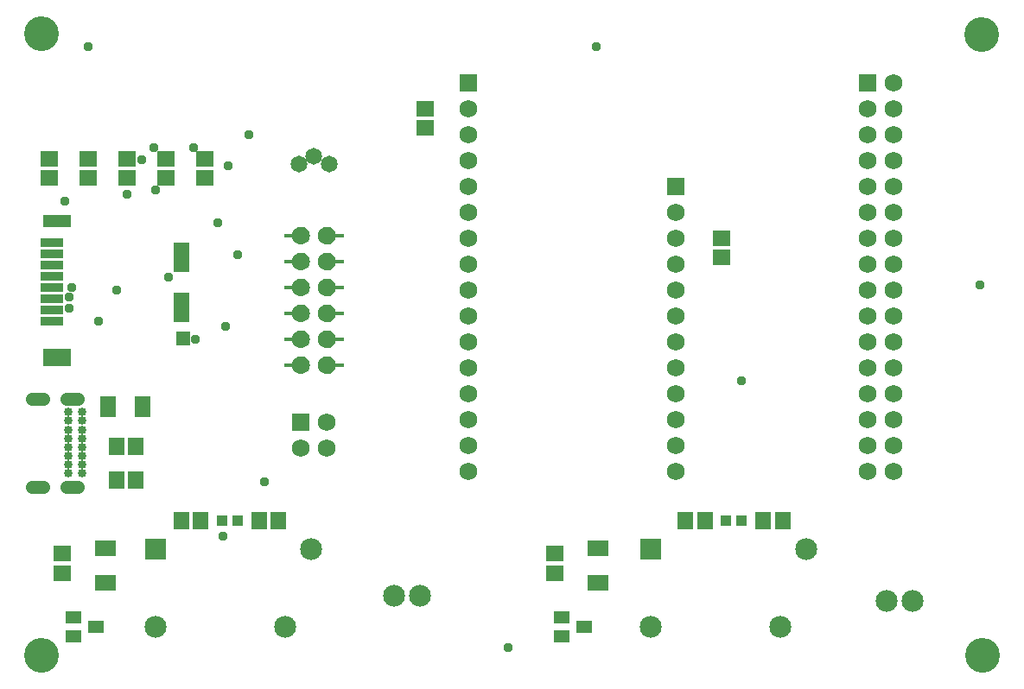
<source format=gbr>
G04 EAGLE Gerber RS-274X export*
G75*
%MOMM*%
%FSLAX34Y34*%
%LPD*%
%INSoldermask Top*%
%IPPOS*%
%AMOC8*
5,1,8,0,0,1.08239X$1,22.5*%
G01*
%ADD10C,3.403200*%
%ADD11R,2.203200X0.903200*%
%ADD12R,2.803200X1.203200*%
%ADD13R,2.803200X1.703200*%
%ADD14R,1.603200X2.903200*%
%ADD15R,1.403200X1.403200*%
%ADD16R,1.733200X1.733200*%
%ADD17C,1.733200*%
%ADD18R,1.703200X1.503200*%
%ADD19R,2.153200X2.153200*%
%ADD20C,2.153200*%
%ADD21R,1.603200X1.203200*%
%ADD22R,1.003200X1.003200*%
%ADD23C,2.146300*%
%ADD24R,2.003200X1.603200*%
%ADD25R,1.503200X1.703200*%
%ADD26C,0.853200*%
%ADD27C,1.311200*%
%ADD28R,1.603200X2.003200*%
%ADD29C,1.653200*%
%ADD30C,0.959600*%

G36*
X306258Y593337D02*
X306258Y593337D01*
X306264Y593333D01*
X307927Y593831D01*
X307931Y593836D01*
X307936Y593834D01*
X309468Y594649D01*
X309471Y594656D01*
X309476Y594654D01*
X310819Y595755D01*
X310820Y595762D01*
X310826Y595761D01*
X311926Y597104D01*
X311926Y597111D01*
X311931Y597112D01*
X312746Y598644D01*
X312745Y598651D01*
X312749Y598653D01*
X313237Y600281D01*
X321100Y600281D01*
X321147Y600317D01*
X321142Y600324D01*
X321149Y600330D01*
X321149Y603630D01*
X321113Y603677D01*
X321106Y603672D01*
X321100Y603679D01*
X313237Y603679D01*
X312749Y605307D01*
X312744Y605311D01*
X312746Y605316D01*
X311931Y606848D01*
X311924Y606851D01*
X311926Y606856D01*
X310826Y608199D01*
X310818Y608200D01*
X310819Y608206D01*
X309476Y609306D01*
X309469Y609306D01*
X309468Y609311D01*
X307936Y610126D01*
X307929Y610125D01*
X307927Y610129D01*
X306264Y610627D01*
X306254Y610624D01*
X306250Y610629D01*
X304800Y610629D01*
X304797Y610627D01*
X304795Y610629D01*
X303117Y610464D01*
X303112Y610459D01*
X303108Y610462D01*
X301495Y609973D01*
X301490Y609967D01*
X301486Y609969D01*
X299999Y609174D01*
X299996Y609168D01*
X299991Y609169D01*
X298688Y608099D01*
X298686Y608092D01*
X298681Y608092D01*
X297611Y606789D01*
X297611Y606782D01*
X297606Y606781D01*
X296811Y605294D01*
X296812Y605287D01*
X296808Y605285D01*
X296318Y603672D01*
X296321Y603665D01*
X296316Y603663D01*
X296151Y601985D01*
X296155Y601979D01*
X296151Y601975D01*
X296316Y600297D01*
X296321Y600292D01*
X296318Y600288D01*
X296808Y598675D01*
X296813Y598670D01*
X296811Y598666D01*
X297606Y597179D01*
X297613Y597176D01*
X297611Y597171D01*
X298681Y595868D01*
X298688Y595866D01*
X298688Y595861D01*
X299991Y594791D01*
X299998Y594791D01*
X299999Y594786D01*
X301486Y593991D01*
X301493Y593992D01*
X301495Y593988D01*
X303108Y593498D01*
X303115Y593501D01*
X303117Y593496D01*
X304795Y593331D01*
X304798Y593333D01*
X304800Y593331D01*
X306250Y593331D01*
X306258Y593337D01*
G37*
G36*
X306258Y567937D02*
X306258Y567937D01*
X306264Y567933D01*
X307927Y568431D01*
X307931Y568436D01*
X307936Y568434D01*
X309468Y569249D01*
X309471Y569256D01*
X309476Y569254D01*
X310819Y570355D01*
X310820Y570362D01*
X310826Y570361D01*
X311926Y571704D01*
X311926Y571711D01*
X311931Y571712D01*
X312746Y573244D01*
X312745Y573251D01*
X312749Y573253D01*
X313237Y574881D01*
X321100Y574881D01*
X321147Y574917D01*
X321142Y574924D01*
X321149Y574930D01*
X321149Y578230D01*
X321113Y578277D01*
X321106Y578272D01*
X321100Y578279D01*
X313237Y578279D01*
X312749Y579907D01*
X312744Y579911D01*
X312746Y579916D01*
X311931Y581448D01*
X311924Y581451D01*
X311926Y581456D01*
X310826Y582799D01*
X310818Y582800D01*
X310819Y582806D01*
X309476Y583906D01*
X309469Y583906D01*
X309468Y583911D01*
X307936Y584726D01*
X307929Y584725D01*
X307927Y584729D01*
X306264Y585227D01*
X306254Y585224D01*
X306250Y585229D01*
X304800Y585229D01*
X304797Y585227D01*
X304795Y585229D01*
X303117Y585064D01*
X303112Y585059D01*
X303108Y585062D01*
X301495Y584573D01*
X301490Y584567D01*
X301486Y584569D01*
X299999Y583774D01*
X299996Y583768D01*
X299991Y583769D01*
X298688Y582699D01*
X298686Y582692D01*
X298681Y582692D01*
X297611Y581389D01*
X297611Y581382D01*
X297606Y581381D01*
X296811Y579894D01*
X296812Y579887D01*
X296808Y579885D01*
X296318Y578272D01*
X296321Y578265D01*
X296316Y578263D01*
X296151Y576585D01*
X296155Y576579D01*
X296151Y576575D01*
X296316Y574897D01*
X296321Y574892D01*
X296318Y574888D01*
X296808Y573275D01*
X296813Y573270D01*
X296811Y573266D01*
X297606Y571779D01*
X297613Y571776D01*
X297611Y571771D01*
X298681Y570468D01*
X298688Y570466D01*
X298688Y570461D01*
X299991Y569391D01*
X299998Y569391D01*
X299999Y569386D01*
X301486Y568591D01*
X301493Y568592D01*
X301495Y568588D01*
X303108Y568098D01*
X303115Y568101D01*
X303117Y568096D01*
X304795Y567931D01*
X304798Y567933D01*
X304800Y567931D01*
X306250Y567931D01*
X306258Y567937D01*
G37*
G36*
X306258Y542537D02*
X306258Y542537D01*
X306264Y542533D01*
X307927Y543031D01*
X307931Y543036D01*
X307936Y543034D01*
X309468Y543849D01*
X309471Y543856D01*
X309476Y543854D01*
X310819Y544955D01*
X310820Y544962D01*
X310826Y544961D01*
X311926Y546304D01*
X311926Y546311D01*
X311931Y546312D01*
X312746Y547844D01*
X312745Y547851D01*
X312749Y547853D01*
X313237Y549481D01*
X321100Y549481D01*
X321147Y549517D01*
X321142Y549524D01*
X321149Y549530D01*
X321149Y552830D01*
X321113Y552877D01*
X321106Y552872D01*
X321100Y552879D01*
X313237Y552879D01*
X312749Y554507D01*
X312744Y554511D01*
X312746Y554516D01*
X311931Y556048D01*
X311924Y556051D01*
X311926Y556056D01*
X310826Y557399D01*
X310818Y557400D01*
X310819Y557406D01*
X309476Y558506D01*
X309469Y558506D01*
X309468Y558511D01*
X307936Y559326D01*
X307929Y559325D01*
X307927Y559329D01*
X306264Y559827D01*
X306254Y559824D01*
X306250Y559829D01*
X304800Y559829D01*
X304797Y559827D01*
X304795Y559829D01*
X303117Y559664D01*
X303112Y559659D01*
X303108Y559662D01*
X301495Y559173D01*
X301490Y559167D01*
X301486Y559169D01*
X299999Y558374D01*
X299996Y558368D01*
X299991Y558369D01*
X298688Y557299D01*
X298686Y557292D01*
X298681Y557292D01*
X297611Y555989D01*
X297611Y555982D01*
X297606Y555981D01*
X296811Y554494D01*
X296812Y554487D01*
X296808Y554485D01*
X296318Y552872D01*
X296321Y552865D01*
X296316Y552863D01*
X296151Y551185D01*
X296155Y551179D01*
X296151Y551175D01*
X296316Y549497D01*
X296321Y549492D01*
X296318Y549488D01*
X296808Y547875D01*
X296813Y547870D01*
X296811Y547866D01*
X297606Y546379D01*
X297613Y546376D01*
X297611Y546371D01*
X298681Y545068D01*
X298688Y545066D01*
X298688Y545061D01*
X299991Y543991D01*
X299998Y543991D01*
X299999Y543986D01*
X301486Y543191D01*
X301493Y543192D01*
X301495Y543188D01*
X303108Y542698D01*
X303115Y542701D01*
X303117Y542696D01*
X304795Y542531D01*
X304798Y542533D01*
X304800Y542531D01*
X306250Y542531D01*
X306258Y542537D01*
G37*
G36*
X306258Y517137D02*
X306258Y517137D01*
X306264Y517133D01*
X307927Y517631D01*
X307931Y517636D01*
X307936Y517634D01*
X309468Y518449D01*
X309471Y518456D01*
X309476Y518454D01*
X310819Y519555D01*
X310820Y519562D01*
X310826Y519561D01*
X311926Y520904D01*
X311926Y520911D01*
X311931Y520912D01*
X312746Y522444D01*
X312745Y522451D01*
X312749Y522453D01*
X313237Y524081D01*
X321100Y524081D01*
X321147Y524117D01*
X321142Y524124D01*
X321149Y524130D01*
X321149Y527430D01*
X321113Y527477D01*
X321106Y527472D01*
X321100Y527479D01*
X313237Y527479D01*
X312749Y529107D01*
X312744Y529111D01*
X312746Y529116D01*
X311931Y530648D01*
X311924Y530651D01*
X311926Y530656D01*
X310826Y531999D01*
X310818Y532000D01*
X310819Y532006D01*
X309476Y533106D01*
X309469Y533106D01*
X309468Y533111D01*
X307936Y533926D01*
X307929Y533925D01*
X307927Y533929D01*
X306264Y534427D01*
X306254Y534424D01*
X306250Y534429D01*
X304800Y534429D01*
X304797Y534427D01*
X304795Y534429D01*
X303117Y534264D01*
X303112Y534259D01*
X303108Y534262D01*
X301495Y533773D01*
X301490Y533767D01*
X301486Y533769D01*
X299999Y532974D01*
X299996Y532968D01*
X299991Y532969D01*
X298688Y531899D01*
X298686Y531892D01*
X298681Y531892D01*
X297611Y530589D01*
X297611Y530582D01*
X297606Y530581D01*
X296811Y529094D01*
X296812Y529087D01*
X296808Y529085D01*
X296318Y527472D01*
X296321Y527465D01*
X296316Y527463D01*
X296151Y525785D01*
X296155Y525779D01*
X296151Y525775D01*
X296316Y524097D01*
X296321Y524092D01*
X296318Y524088D01*
X296808Y522475D01*
X296813Y522470D01*
X296811Y522466D01*
X297606Y520979D01*
X297613Y520976D01*
X297611Y520971D01*
X298681Y519668D01*
X298688Y519666D01*
X298688Y519661D01*
X299991Y518591D01*
X299998Y518591D01*
X299999Y518586D01*
X301486Y517791D01*
X301493Y517792D01*
X301495Y517788D01*
X303108Y517298D01*
X303115Y517301D01*
X303117Y517296D01*
X304795Y517131D01*
X304798Y517133D01*
X304800Y517131D01*
X306250Y517131D01*
X306258Y517137D01*
G37*
G36*
X306258Y491737D02*
X306258Y491737D01*
X306264Y491733D01*
X307927Y492231D01*
X307931Y492236D01*
X307936Y492234D01*
X309468Y493049D01*
X309471Y493056D01*
X309476Y493054D01*
X310819Y494155D01*
X310820Y494162D01*
X310826Y494161D01*
X311926Y495504D01*
X311926Y495511D01*
X311931Y495512D01*
X312746Y497044D01*
X312745Y497051D01*
X312749Y497053D01*
X313237Y498681D01*
X321100Y498681D01*
X321147Y498717D01*
X321142Y498724D01*
X321149Y498730D01*
X321149Y502030D01*
X321113Y502077D01*
X321106Y502072D01*
X321100Y502079D01*
X313237Y502079D01*
X312749Y503707D01*
X312744Y503711D01*
X312746Y503716D01*
X311931Y505248D01*
X311924Y505251D01*
X311926Y505256D01*
X310826Y506599D01*
X310818Y506600D01*
X310819Y506606D01*
X309476Y507706D01*
X309469Y507706D01*
X309468Y507711D01*
X307936Y508526D01*
X307929Y508525D01*
X307927Y508529D01*
X306264Y509027D01*
X306254Y509024D01*
X306250Y509029D01*
X304800Y509029D01*
X304797Y509027D01*
X304795Y509029D01*
X303117Y508864D01*
X303112Y508859D01*
X303108Y508862D01*
X301495Y508373D01*
X301490Y508367D01*
X301486Y508369D01*
X299999Y507574D01*
X299996Y507568D01*
X299991Y507569D01*
X298688Y506499D01*
X298686Y506492D01*
X298681Y506492D01*
X297611Y505189D01*
X297611Y505182D01*
X297606Y505181D01*
X296811Y503694D01*
X296812Y503687D01*
X296808Y503685D01*
X296318Y502072D01*
X296321Y502065D01*
X296316Y502063D01*
X296151Y500385D01*
X296155Y500379D01*
X296151Y500375D01*
X296316Y498697D01*
X296321Y498692D01*
X296318Y498688D01*
X296808Y497075D01*
X296813Y497070D01*
X296811Y497066D01*
X297606Y495579D01*
X297613Y495576D01*
X297611Y495571D01*
X298681Y494268D01*
X298688Y494266D01*
X298688Y494261D01*
X299991Y493191D01*
X299998Y493191D01*
X299999Y493186D01*
X301486Y492391D01*
X301493Y492392D01*
X301495Y492388D01*
X303108Y491898D01*
X303115Y491901D01*
X303117Y491896D01*
X304795Y491731D01*
X304798Y491733D01*
X304800Y491731D01*
X306250Y491731D01*
X306258Y491737D01*
G37*
G36*
X306258Y466337D02*
X306258Y466337D01*
X306264Y466333D01*
X307927Y466831D01*
X307931Y466836D01*
X307936Y466834D01*
X309468Y467649D01*
X309471Y467656D01*
X309476Y467654D01*
X310819Y468755D01*
X310820Y468762D01*
X310826Y468761D01*
X311926Y470104D01*
X311926Y470111D01*
X311931Y470112D01*
X312746Y471644D01*
X312745Y471651D01*
X312749Y471653D01*
X313237Y473281D01*
X321100Y473281D01*
X321147Y473317D01*
X321142Y473324D01*
X321149Y473330D01*
X321149Y476630D01*
X321113Y476677D01*
X321106Y476672D01*
X321100Y476679D01*
X313237Y476679D01*
X312749Y478307D01*
X312744Y478311D01*
X312746Y478316D01*
X311931Y479848D01*
X311924Y479851D01*
X311926Y479856D01*
X310826Y481199D01*
X310818Y481200D01*
X310819Y481206D01*
X309476Y482306D01*
X309469Y482306D01*
X309468Y482311D01*
X307936Y483126D01*
X307929Y483125D01*
X307927Y483129D01*
X306264Y483627D01*
X306254Y483624D01*
X306250Y483629D01*
X304800Y483629D01*
X304797Y483627D01*
X304795Y483629D01*
X303117Y483464D01*
X303112Y483459D01*
X303108Y483462D01*
X301495Y482973D01*
X301490Y482967D01*
X301486Y482969D01*
X299999Y482174D01*
X299996Y482168D01*
X299991Y482169D01*
X298688Y481099D01*
X298686Y481092D01*
X298681Y481092D01*
X297611Y479789D01*
X297611Y479782D01*
X297606Y479781D01*
X296811Y478294D01*
X296812Y478287D01*
X296808Y478285D01*
X296318Y476672D01*
X296321Y476665D01*
X296316Y476663D01*
X296151Y474985D01*
X296155Y474979D01*
X296151Y474975D01*
X296316Y473297D01*
X296321Y473292D01*
X296318Y473288D01*
X296808Y471675D01*
X296813Y471670D01*
X296811Y471666D01*
X297606Y470179D01*
X297613Y470176D01*
X297611Y470171D01*
X298681Y468868D01*
X298688Y468866D01*
X298688Y468861D01*
X299991Y467791D01*
X299998Y467791D01*
X299999Y467786D01*
X301486Y466991D01*
X301493Y466992D01*
X301495Y466988D01*
X303108Y466498D01*
X303115Y466501D01*
X303117Y466496D01*
X304795Y466331D01*
X304798Y466333D01*
X304800Y466331D01*
X306250Y466331D01*
X306258Y466337D01*
G37*
G36*
X281083Y593496D02*
X281083Y593496D01*
X281088Y593501D01*
X281092Y593498D01*
X282705Y593988D01*
X282710Y593993D01*
X282714Y593991D01*
X284201Y594786D01*
X284204Y594793D01*
X284209Y594791D01*
X285512Y595861D01*
X285514Y595868D01*
X285519Y595868D01*
X286589Y597171D01*
X286589Y597178D01*
X286594Y597179D01*
X287389Y598666D01*
X287388Y598673D01*
X287393Y598675D01*
X287471Y598932D01*
X287485Y598981D01*
X287486Y598981D01*
X287710Y599720D01*
X287882Y600288D01*
X287879Y600295D01*
X287884Y600297D01*
X288049Y601975D01*
X288045Y601981D01*
X288049Y601985D01*
X287884Y603663D01*
X287879Y603668D01*
X287882Y603672D01*
X287393Y605285D01*
X287387Y605290D01*
X287389Y605294D01*
X286594Y606781D01*
X286588Y606784D01*
X286589Y606789D01*
X285519Y608092D01*
X285512Y608094D01*
X285512Y608099D01*
X284209Y609169D01*
X284202Y609169D01*
X284201Y609174D01*
X282714Y609969D01*
X282707Y609968D01*
X282705Y609973D01*
X281092Y610462D01*
X281085Y610459D01*
X281083Y610464D01*
X279405Y610629D01*
X279399Y610625D01*
X279395Y610629D01*
X277718Y610460D01*
X277713Y610455D01*
X277709Y610458D01*
X276097Y609965D01*
X276093Y609959D01*
X276088Y609961D01*
X274605Y609161D01*
X274602Y609155D01*
X274597Y609156D01*
X273298Y608082D01*
X273297Y608075D01*
X273291Y608075D01*
X272228Y606767D01*
X272228Y606760D01*
X272223Y606759D01*
X271436Y605269D01*
X271437Y605265D01*
X271434Y605263D01*
X271436Y605261D01*
X271433Y605260D01*
X270963Y603679D01*
X263100Y603679D01*
X263053Y603643D01*
X263055Y603640D01*
X263053Y603637D01*
X263055Y603634D01*
X263051Y603630D01*
X263051Y600330D01*
X263087Y600283D01*
X263094Y600288D01*
X263100Y600281D01*
X270963Y600281D01*
X271433Y598700D01*
X271438Y598696D01*
X271436Y598691D01*
X272223Y597201D01*
X272229Y597198D01*
X272228Y597193D01*
X273291Y595885D01*
X273298Y595883D01*
X273298Y595878D01*
X274597Y594804D01*
X274604Y594804D01*
X274605Y594799D01*
X276088Y593999D01*
X276096Y594000D01*
X276097Y593995D01*
X277709Y593502D01*
X277716Y593504D01*
X277718Y593500D01*
X279395Y593331D01*
X279401Y593335D01*
X279405Y593331D01*
X281083Y593496D01*
G37*
G36*
X281083Y568096D02*
X281083Y568096D01*
X281088Y568101D01*
X281092Y568098D01*
X282705Y568588D01*
X282710Y568593D01*
X282714Y568591D01*
X284201Y569386D01*
X284204Y569393D01*
X284209Y569391D01*
X285512Y570461D01*
X285514Y570468D01*
X285519Y570468D01*
X286589Y571771D01*
X286589Y571778D01*
X286594Y571779D01*
X287389Y573266D01*
X287388Y573273D01*
X287393Y573275D01*
X287471Y573532D01*
X287485Y573581D01*
X287486Y573581D01*
X287710Y574320D01*
X287882Y574888D01*
X287879Y574895D01*
X287884Y574897D01*
X288049Y576575D01*
X288045Y576581D01*
X288049Y576585D01*
X287884Y578263D01*
X287879Y578268D01*
X287882Y578272D01*
X287393Y579885D01*
X287387Y579890D01*
X287389Y579894D01*
X286594Y581381D01*
X286588Y581384D01*
X286589Y581389D01*
X285519Y582692D01*
X285512Y582694D01*
X285512Y582699D01*
X284209Y583769D01*
X284202Y583769D01*
X284201Y583774D01*
X282714Y584569D01*
X282707Y584568D01*
X282705Y584573D01*
X281092Y585062D01*
X281085Y585059D01*
X281083Y585064D01*
X279405Y585229D01*
X279399Y585225D01*
X279395Y585229D01*
X277718Y585060D01*
X277713Y585055D01*
X277709Y585058D01*
X276097Y584565D01*
X276093Y584559D01*
X276088Y584561D01*
X274605Y583761D01*
X274602Y583755D01*
X274597Y583756D01*
X273298Y582682D01*
X273297Y582675D01*
X273291Y582675D01*
X272228Y581367D01*
X272228Y581360D01*
X272223Y581359D01*
X271436Y579869D01*
X271437Y579865D01*
X271434Y579863D01*
X271436Y579861D01*
X271433Y579860D01*
X270963Y578279D01*
X263100Y578279D01*
X263053Y578243D01*
X263055Y578240D01*
X263053Y578237D01*
X263055Y578234D01*
X263051Y578230D01*
X263051Y574930D01*
X263087Y574883D01*
X263094Y574888D01*
X263100Y574881D01*
X270963Y574881D01*
X271433Y573300D01*
X271438Y573296D01*
X271436Y573291D01*
X272223Y571801D01*
X272229Y571798D01*
X272228Y571793D01*
X273291Y570485D01*
X273298Y570483D01*
X273298Y570478D01*
X274597Y569404D01*
X274604Y569404D01*
X274605Y569399D01*
X276088Y568599D01*
X276096Y568600D01*
X276097Y568595D01*
X277709Y568102D01*
X277716Y568104D01*
X277718Y568100D01*
X279395Y567931D01*
X279401Y567935D01*
X279405Y567931D01*
X281083Y568096D01*
G37*
G36*
X281083Y542696D02*
X281083Y542696D01*
X281088Y542701D01*
X281092Y542698D01*
X282705Y543188D01*
X282710Y543193D01*
X282714Y543191D01*
X284201Y543986D01*
X284204Y543993D01*
X284209Y543991D01*
X285512Y545061D01*
X285514Y545068D01*
X285519Y545068D01*
X286589Y546371D01*
X286589Y546378D01*
X286594Y546379D01*
X287389Y547866D01*
X287388Y547873D01*
X287393Y547875D01*
X287471Y548132D01*
X287485Y548181D01*
X287486Y548181D01*
X287710Y548920D01*
X287882Y549488D01*
X287879Y549495D01*
X287884Y549497D01*
X288049Y551175D01*
X288045Y551181D01*
X288049Y551185D01*
X287884Y552863D01*
X287879Y552868D01*
X287882Y552872D01*
X287393Y554485D01*
X287387Y554490D01*
X287389Y554494D01*
X286594Y555981D01*
X286588Y555984D01*
X286589Y555989D01*
X285519Y557292D01*
X285512Y557294D01*
X285512Y557299D01*
X284209Y558369D01*
X284202Y558369D01*
X284201Y558374D01*
X282714Y559169D01*
X282707Y559168D01*
X282705Y559173D01*
X281092Y559662D01*
X281085Y559659D01*
X281083Y559664D01*
X279405Y559829D01*
X279399Y559825D01*
X279395Y559829D01*
X277718Y559660D01*
X277713Y559655D01*
X277709Y559658D01*
X276097Y559165D01*
X276093Y559159D01*
X276088Y559161D01*
X274605Y558361D01*
X274602Y558355D01*
X274597Y558356D01*
X273298Y557282D01*
X273297Y557275D01*
X273291Y557275D01*
X272228Y555967D01*
X272228Y555960D01*
X272223Y555959D01*
X271436Y554469D01*
X271437Y554465D01*
X271434Y554463D01*
X271436Y554461D01*
X271433Y554460D01*
X270963Y552879D01*
X263100Y552879D01*
X263053Y552843D01*
X263055Y552840D01*
X263053Y552837D01*
X263055Y552834D01*
X263051Y552830D01*
X263051Y549530D01*
X263087Y549483D01*
X263094Y549488D01*
X263100Y549481D01*
X270963Y549481D01*
X271433Y547900D01*
X271438Y547896D01*
X271436Y547891D01*
X272223Y546401D01*
X272229Y546398D01*
X272228Y546393D01*
X273291Y545085D01*
X273298Y545083D01*
X273298Y545078D01*
X274597Y544004D01*
X274604Y544004D01*
X274605Y543999D01*
X276088Y543199D01*
X276096Y543200D01*
X276097Y543195D01*
X277709Y542702D01*
X277716Y542704D01*
X277718Y542700D01*
X279395Y542531D01*
X279401Y542535D01*
X279405Y542531D01*
X281083Y542696D01*
G37*
G36*
X281083Y517296D02*
X281083Y517296D01*
X281088Y517301D01*
X281092Y517298D01*
X282705Y517788D01*
X282710Y517793D01*
X282714Y517791D01*
X284201Y518586D01*
X284204Y518593D01*
X284209Y518591D01*
X285512Y519661D01*
X285514Y519668D01*
X285519Y519668D01*
X286589Y520971D01*
X286589Y520978D01*
X286594Y520979D01*
X287389Y522466D01*
X287388Y522473D01*
X287393Y522475D01*
X287471Y522732D01*
X287485Y522781D01*
X287486Y522781D01*
X287710Y523520D01*
X287882Y524088D01*
X287879Y524095D01*
X287884Y524097D01*
X288049Y525775D01*
X288045Y525781D01*
X288049Y525785D01*
X287884Y527463D01*
X287879Y527468D01*
X287882Y527472D01*
X287393Y529085D01*
X287387Y529090D01*
X287389Y529094D01*
X286594Y530581D01*
X286588Y530584D01*
X286589Y530589D01*
X285519Y531892D01*
X285512Y531894D01*
X285512Y531899D01*
X284209Y532969D01*
X284202Y532969D01*
X284201Y532974D01*
X282714Y533769D01*
X282707Y533768D01*
X282705Y533773D01*
X281092Y534262D01*
X281085Y534259D01*
X281083Y534264D01*
X279405Y534429D01*
X279399Y534425D01*
X279395Y534429D01*
X277718Y534260D01*
X277713Y534255D01*
X277709Y534258D01*
X276097Y533765D01*
X276093Y533759D01*
X276088Y533761D01*
X274605Y532961D01*
X274602Y532955D01*
X274597Y532956D01*
X273298Y531882D01*
X273297Y531875D01*
X273291Y531875D01*
X272228Y530567D01*
X272228Y530560D01*
X272223Y530559D01*
X271436Y529069D01*
X271437Y529065D01*
X271434Y529063D01*
X271436Y529061D01*
X271433Y529060D01*
X270963Y527479D01*
X263100Y527479D01*
X263053Y527443D01*
X263055Y527440D01*
X263053Y527437D01*
X263055Y527434D01*
X263051Y527430D01*
X263051Y524130D01*
X263087Y524083D01*
X263094Y524088D01*
X263100Y524081D01*
X270963Y524081D01*
X271433Y522500D01*
X271438Y522496D01*
X271436Y522491D01*
X272223Y521001D01*
X272229Y520998D01*
X272228Y520993D01*
X273291Y519685D01*
X273298Y519683D01*
X273298Y519678D01*
X274597Y518604D01*
X274604Y518604D01*
X274605Y518599D01*
X276088Y517799D01*
X276096Y517800D01*
X276097Y517795D01*
X277709Y517302D01*
X277716Y517304D01*
X277718Y517300D01*
X279395Y517131D01*
X279401Y517135D01*
X279405Y517131D01*
X281083Y517296D01*
G37*
G36*
X281083Y491896D02*
X281083Y491896D01*
X281088Y491901D01*
X281092Y491898D01*
X282705Y492388D01*
X282710Y492393D01*
X282714Y492391D01*
X284201Y493186D01*
X284204Y493193D01*
X284209Y493191D01*
X285512Y494261D01*
X285514Y494268D01*
X285519Y494268D01*
X286589Y495571D01*
X286589Y495578D01*
X286594Y495579D01*
X287389Y497066D01*
X287388Y497073D01*
X287393Y497075D01*
X287471Y497332D01*
X287485Y497381D01*
X287486Y497381D01*
X287710Y498120D01*
X287882Y498688D01*
X287879Y498695D01*
X287884Y498697D01*
X288049Y500375D01*
X288045Y500381D01*
X288049Y500385D01*
X287884Y502063D01*
X287879Y502068D01*
X287882Y502072D01*
X287393Y503685D01*
X287387Y503690D01*
X287389Y503694D01*
X286594Y505181D01*
X286588Y505184D01*
X286589Y505189D01*
X285519Y506492D01*
X285512Y506494D01*
X285512Y506499D01*
X284209Y507569D01*
X284202Y507569D01*
X284201Y507574D01*
X282714Y508369D01*
X282707Y508368D01*
X282705Y508373D01*
X281092Y508862D01*
X281085Y508859D01*
X281083Y508864D01*
X279405Y509029D01*
X279399Y509025D01*
X279395Y509029D01*
X277718Y508860D01*
X277713Y508855D01*
X277709Y508858D01*
X276097Y508365D01*
X276093Y508359D01*
X276088Y508361D01*
X274605Y507561D01*
X274602Y507555D01*
X274597Y507556D01*
X273298Y506482D01*
X273297Y506475D01*
X273291Y506475D01*
X272228Y505167D01*
X272228Y505160D01*
X272223Y505159D01*
X271436Y503669D01*
X271437Y503665D01*
X271434Y503663D01*
X271436Y503661D01*
X271433Y503660D01*
X270963Y502079D01*
X263100Y502079D01*
X263053Y502043D01*
X263055Y502040D01*
X263053Y502037D01*
X263055Y502034D01*
X263051Y502030D01*
X263051Y498730D01*
X263087Y498683D01*
X263094Y498688D01*
X263100Y498681D01*
X270963Y498681D01*
X271433Y497100D01*
X271438Y497096D01*
X271436Y497091D01*
X272223Y495601D01*
X272229Y495598D01*
X272228Y495593D01*
X273291Y494285D01*
X273298Y494283D01*
X273298Y494278D01*
X274597Y493204D01*
X274604Y493204D01*
X274605Y493199D01*
X276088Y492399D01*
X276096Y492400D01*
X276097Y492395D01*
X277709Y491902D01*
X277716Y491904D01*
X277718Y491900D01*
X279395Y491731D01*
X279401Y491735D01*
X279405Y491731D01*
X281083Y491896D01*
G37*
G36*
X281083Y466496D02*
X281083Y466496D01*
X281088Y466501D01*
X281092Y466498D01*
X282705Y466988D01*
X282710Y466993D01*
X282714Y466991D01*
X284201Y467786D01*
X284204Y467793D01*
X284209Y467791D01*
X285512Y468861D01*
X285514Y468868D01*
X285519Y468868D01*
X286589Y470171D01*
X286589Y470178D01*
X286594Y470179D01*
X287389Y471666D01*
X287388Y471673D01*
X287393Y471675D01*
X287471Y471932D01*
X287485Y471981D01*
X287486Y471981D01*
X287710Y472720D01*
X287882Y473288D01*
X287879Y473295D01*
X287884Y473297D01*
X288049Y474975D01*
X288045Y474981D01*
X288049Y474985D01*
X287884Y476663D01*
X287879Y476668D01*
X287882Y476672D01*
X287393Y478285D01*
X287387Y478290D01*
X287389Y478294D01*
X286594Y479781D01*
X286588Y479784D01*
X286589Y479789D01*
X285519Y481092D01*
X285512Y481094D01*
X285512Y481099D01*
X284209Y482169D01*
X284202Y482169D01*
X284201Y482174D01*
X282714Y482969D01*
X282707Y482968D01*
X282705Y482973D01*
X281092Y483462D01*
X281085Y483459D01*
X281083Y483464D01*
X279405Y483629D01*
X279399Y483625D01*
X279395Y483629D01*
X277718Y483460D01*
X277713Y483455D01*
X277709Y483458D01*
X276097Y482965D01*
X276093Y482959D01*
X276088Y482961D01*
X274605Y482161D01*
X274602Y482155D01*
X274597Y482156D01*
X273298Y481082D01*
X273297Y481075D01*
X273291Y481075D01*
X272228Y479767D01*
X272228Y479760D01*
X272223Y479759D01*
X271436Y478269D01*
X271437Y478265D01*
X271434Y478263D01*
X271436Y478261D01*
X271433Y478260D01*
X270963Y476679D01*
X263100Y476679D01*
X263053Y476643D01*
X263055Y476640D01*
X263053Y476637D01*
X263055Y476634D01*
X263051Y476630D01*
X263051Y473330D01*
X263087Y473283D01*
X263094Y473288D01*
X263100Y473281D01*
X270963Y473281D01*
X271433Y471700D01*
X271438Y471696D01*
X271436Y471691D01*
X272223Y470201D01*
X272229Y470198D01*
X272228Y470193D01*
X273291Y468885D01*
X273298Y468883D01*
X273298Y468878D01*
X274597Y467804D01*
X274604Y467804D01*
X274605Y467799D01*
X276088Y466999D01*
X276096Y467000D01*
X276097Y466995D01*
X277709Y466502D01*
X277716Y466504D01*
X277718Y466500D01*
X279395Y466331D01*
X279401Y466335D01*
X279405Y466331D01*
X281083Y466496D01*
G37*
D10*
X25400Y800100D03*
X946150Y798830D03*
X25400Y190500D03*
X947420Y190500D03*
D11*
X35560Y594910D03*
X35560Y583910D03*
X35560Y572910D03*
X35560Y561910D03*
X35560Y550910D03*
X35560Y539910D03*
X35560Y528910D03*
X35560Y517910D03*
D12*
X40560Y615910D03*
D13*
X40560Y482410D03*
D14*
X162560Y531910D03*
X162560Y580910D03*
D15*
X163560Y501410D03*
D16*
X646430Y650240D03*
D17*
X646430Y624840D03*
X646430Y599440D03*
X646430Y574040D03*
X646430Y548640D03*
X646430Y523240D03*
X646430Y497840D03*
X646430Y472440D03*
X646430Y447040D03*
X646430Y421640D03*
X646430Y396240D03*
X646430Y370840D03*
D16*
X443230Y751840D03*
D17*
X443230Y726440D03*
X443230Y701040D03*
X443230Y675640D03*
X443230Y650240D03*
X443230Y624840D03*
X443230Y599440D03*
X443230Y574040D03*
X443230Y548640D03*
X443230Y523240D03*
X443230Y497840D03*
X443230Y472440D03*
X443230Y447040D03*
X443230Y421640D03*
X443230Y396240D03*
X443230Y370840D03*
X279400Y601980D03*
X304800Y601980D03*
X279400Y576580D03*
X304800Y576580D03*
X279400Y551180D03*
X304800Y551180D03*
X279400Y525780D03*
X304800Y525780D03*
X279400Y500380D03*
X304800Y500380D03*
X279400Y474980D03*
X304800Y474980D03*
D16*
X834390Y751840D03*
D17*
X859790Y751840D03*
X834390Y726440D03*
X859790Y726440D03*
X834390Y701040D03*
X859790Y701040D03*
X834390Y675640D03*
X859790Y675640D03*
X834390Y650240D03*
X859790Y650240D03*
X834390Y624840D03*
X859790Y624840D03*
X834390Y599440D03*
X859790Y599440D03*
X834390Y574040D03*
X859790Y574040D03*
X834390Y548640D03*
X859790Y548640D03*
X834390Y523240D03*
X859790Y523240D03*
X834390Y497840D03*
X859790Y497840D03*
X834390Y472440D03*
X859790Y472440D03*
X834390Y447040D03*
X859790Y447040D03*
X834390Y421640D03*
X859790Y421640D03*
X834390Y396240D03*
X859790Y396240D03*
X834390Y370840D03*
X859790Y370840D03*
D18*
X401320Y726542D03*
X401320Y707542D03*
X691134Y599542D03*
X691134Y580542D03*
X71120Y658520D03*
X71120Y677520D03*
X109220Y658520D03*
X109220Y677520D03*
X147320Y658520D03*
X147320Y677520D03*
D19*
X137160Y294540D03*
D20*
X137160Y218540D03*
X289560Y294540D03*
X264160Y218540D03*
D19*
X622300Y294540D03*
D20*
X622300Y218540D03*
X774700Y294540D03*
X749300Y218540D03*
D21*
X78310Y218440D03*
X56310Y208940D03*
X56310Y227940D03*
X557100Y218440D03*
X535100Y208940D03*
X535100Y227940D03*
D18*
X185420Y658520D03*
X185420Y677520D03*
X45720Y271170D03*
X45720Y290170D03*
X528320Y271170D03*
X528320Y290170D03*
D22*
X202050Y322580D03*
X217050Y322580D03*
X696080Y322580D03*
X711080Y322580D03*
D16*
X279400Y419100D03*
D17*
X304800Y419100D03*
X279400Y393700D03*
X304800Y393700D03*
D23*
X370840Y248920D03*
X396240Y248920D03*
X853440Y243840D03*
X878840Y243840D03*
D24*
X87630Y295130D03*
X87630Y261130D03*
X570230Y295130D03*
X570230Y261130D03*
D18*
X33020Y677520D03*
X33020Y658520D03*
D25*
X238150Y322580D03*
X257150Y322580D03*
X180950Y322580D03*
X161950Y322580D03*
X655980Y322580D03*
X674980Y322580D03*
X732180Y322580D03*
X751180Y322580D03*
D26*
X64634Y428784D03*
X64634Y420284D03*
X64634Y411784D03*
X64634Y403284D03*
X64634Y394784D03*
X64634Y386284D03*
X64634Y377784D03*
X64634Y369284D03*
X51134Y369284D03*
X51134Y377784D03*
X51134Y386284D03*
X51134Y394784D03*
X51134Y403284D03*
X51134Y411784D03*
X51134Y420284D03*
X51134Y428784D03*
D27*
X49294Y442284D02*
X60374Y442284D01*
X60374Y355784D02*
X49294Y355784D01*
X26574Y355784D02*
X15494Y355784D01*
X15494Y442284D02*
X26574Y442284D01*
D28*
X124442Y434594D03*
X90442Y434594D03*
D25*
X98704Y395478D03*
X117704Y395478D03*
X98704Y361950D03*
X117704Y361950D03*
D29*
X277100Y672460D03*
X292100Y679460D03*
X307100Y672460D03*
D30*
X71120Y787400D03*
X228600Y701040D03*
X568960Y787400D03*
X944880Y553720D03*
X482600Y198120D03*
X205740Y513080D03*
X198120Y614680D03*
X208280Y670560D03*
X99060Y548640D03*
X109220Y642620D03*
X243840Y360680D03*
X81280Y518160D03*
X149860Y561340D03*
X711200Y459740D03*
X203200Y307340D03*
X123444Y676656D03*
X134874Y688086D03*
X173736Y688086D03*
X54864Y550926D03*
X52578Y541782D03*
X48006Y635508D03*
X137160Y646938D03*
X52578Y530352D03*
X217170Y582930D03*
X176022Y500634D03*
M02*

</source>
